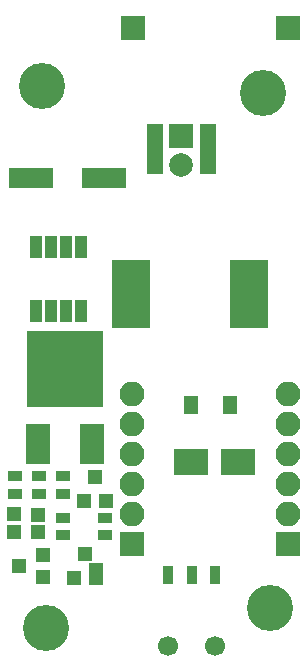
<source format=gts>
%TF.GenerationSoftware,KiCad,Pcbnew,4.0.7*%
%TF.CreationDate,2017-11-18T19:10:19+08:00*%
%TF.ProjectId,nixie_tube,6E697869655F747562652E6B69636164,rev?*%
%TF.FileFunction,Soldermask,Top*%
%FSLAX46Y46*%
G04 Gerber Fmt 4.6, Leading zero omitted, Abs format (unit mm)*
G04 Created by KiCad (PCBNEW 4.0.7) date 11/18/17 19:10:19*
%MOMM*%
%LPD*%
G01*
G04 APERTURE LIST*
%ADD10C,0.100000*%
%ADD11R,2.051000X3.448000*%
%ADD12R,6.496000X6.496000*%
%ADD13C,3.900000*%
%ADD14R,2.000000X2.000000*%
%ADD15C,2.000000*%
%ADD16R,1.400000X4.200000*%
%ADD17R,2.100000X2.100000*%
%ADD18O,2.100000X2.100000*%
%ADD19R,3.800000X1.800000*%
%ADD20R,0.900000X1.600000*%
%ADD21C,1.700000*%
%ADD22R,1.000000X1.950000*%
%ADD23R,3.300000X5.800000*%
%ADD24R,1.200000X1.300000*%
%ADD25R,1.300000X1.600000*%
%ADD26R,2.900000X2.200000*%
%ADD27R,1.150000X1.200000*%
%ADD28R,1.300000X0.900000*%
%ADD29R,1.300000X1.200000*%
%ADD30R,1.200000X1.400000*%
G04 APERTURE END LIST*
D10*
D11*
X-372000Y-30350000D03*
D12*
X1914000Y-24000000D03*
D11*
X4200000Y-30350000D03*
D13*
X19280000Y-44270000D03*
X300000Y-45950000D03*
X18700000Y-650000D03*
X0Y-50000D03*
D14*
X11760000Y-4245000D03*
D15*
X11760000Y-6745000D03*
D16*
X9510000Y-5370000D03*
X14010000Y-5370000D03*
D17*
X7600000Y-38850000D03*
D18*
X7600000Y-36310000D03*
X7600000Y-33770000D03*
X7600000Y-31230000D03*
X7600000Y-28690000D03*
X7600000Y-26150000D03*
D17*
X20750000Y-38850000D03*
D18*
X20750000Y-36310000D03*
X20750000Y-33770000D03*
X20750000Y-31230000D03*
X20750000Y-28690000D03*
X20750000Y-26150000D03*
D19*
X-980000Y-7850000D03*
X5220000Y-7850000D03*
D20*
X12630000Y-41460000D03*
X14630000Y-41460000D03*
X10630000Y-41460000D03*
D21*
X10630000Y-47460000D03*
X14630000Y-47460000D03*
D22*
X-505000Y-19100000D03*
X765000Y-19100000D03*
X2035000Y-19100000D03*
X3305000Y-19100000D03*
X3305000Y-13700000D03*
X2035000Y-13700000D03*
X765000Y-13700000D03*
X-505000Y-13700000D03*
D23*
X17460000Y-17700000D03*
X7500000Y-17700000D03*
D24*
X3500000Y-35150000D03*
X5400000Y-35150000D03*
X4450000Y-33150000D03*
D25*
X12550000Y-27050000D03*
X15850000Y-27050000D03*
D26*
X12550000Y-31850000D03*
X16550000Y-31850000D03*
D17*
X7700000Y4850000D03*
X20750000Y4850000D03*
D27*
X-350000Y-37850000D03*
X-350000Y-36350000D03*
X-2400000Y-37800000D03*
X-2400000Y-36300000D03*
D28*
X-2300000Y-33075000D03*
X-2300000Y-34575000D03*
X1700000Y-34575000D03*
X1700000Y-33075000D03*
X-300000Y-33075000D03*
X-300000Y-34575000D03*
D29*
X50000Y-41650000D03*
X50000Y-39750000D03*
X-1950000Y-40700000D03*
D28*
X1700000Y-38100000D03*
X1700000Y-36600000D03*
X5300000Y-36600000D03*
X5300000Y-38100000D03*
D24*
X2650000Y-41700000D03*
X4550000Y-41700000D03*
X3600000Y-39700000D03*
D30*
X4550000Y-41150000D03*
M02*

</source>
